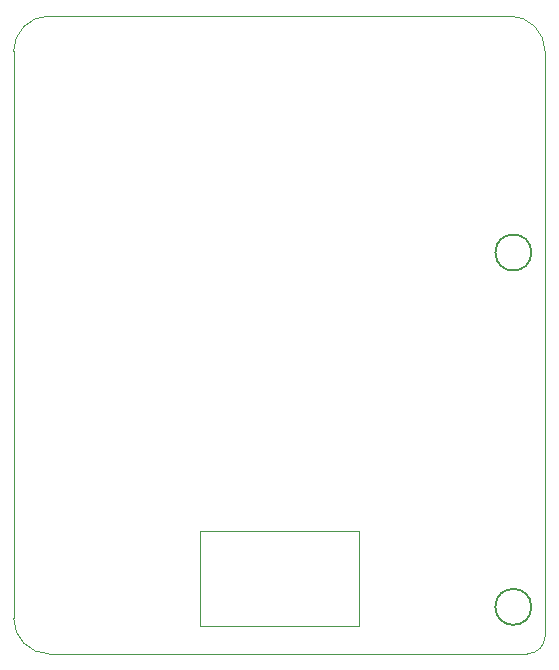
<source format=gm1>
G04 #@! TF.GenerationSoftware,KiCad,Pcbnew,8.0.7*
G04 #@! TF.CreationDate,2025-01-18T18:03:33+05:30*
G04 #@! TF.ProjectId,pico_ov7670_adapter,7069636f-5f6f-4763-9736-37305f616461,rev?*
G04 #@! TF.SameCoordinates,Original*
G04 #@! TF.FileFunction,Profile,NP*
%FSLAX46Y46*%
G04 Gerber Fmt 4.6, Leading zero omitted, Abs format (unit mm)*
G04 Created by KiCad (PCBNEW 8.0.7) date 2025-01-18 18:03:33*
%MOMM*%
%LPD*%
G01*
G04 APERTURE LIST*
G04 #@! TA.AperFunction,Profile*
%ADD10C,0.050000*%
G04 #@! TD*
G04 #@! TA.AperFunction,Profile*
%ADD11C,0.010000*%
G04 #@! TD*
G04 #@! TA.AperFunction,Profile*
%ADD12C,0.127000*%
G04 #@! TD*
G04 APERTURE END LIST*
D10*
X93000000Y-120000000D02*
X133500000Y-120000000D01*
X90000000Y-69000000D02*
X90000000Y-117000000D01*
X90000000Y-69000000D02*
G75*
G02*
X93000000Y-66000000I3000000J0D01*
G01*
X93000000Y-120000000D02*
G75*
G02*
X90000000Y-117000000I0J3000000D01*
G01*
X132000000Y-66000000D02*
X93000000Y-66000000D01*
X135000000Y-118500000D02*
X135000000Y-69000000D01*
X132000000Y-66000000D02*
G75*
G02*
X135000000Y-69000000I0J-3000000D01*
G01*
X135000000Y-118500000D02*
G75*
G02*
X133500000Y-120000000I-1500000J0D01*
G01*
D11*
X105750000Y-109630000D02*
X119250000Y-109630000D01*
X105750000Y-117630000D02*
X105750000Y-109630000D01*
X119250000Y-109630000D02*
X119250000Y-117630000D01*
X119250000Y-117630000D02*
X105750000Y-117630000D01*
D12*
X133833150Y-86030000D02*
G75*
G02*
X130786850Y-86030000I-1523150J0D01*
G01*
X130786850Y-86030000D02*
G75*
G02*
X133833150Y-86030000I1523150J0D01*
G01*
X133833150Y-116030000D02*
G75*
G02*
X130786850Y-116030000I-1523150J0D01*
G01*
X130786850Y-116030000D02*
G75*
G02*
X133833150Y-116030000I1523150J0D01*
G01*
M02*

</source>
